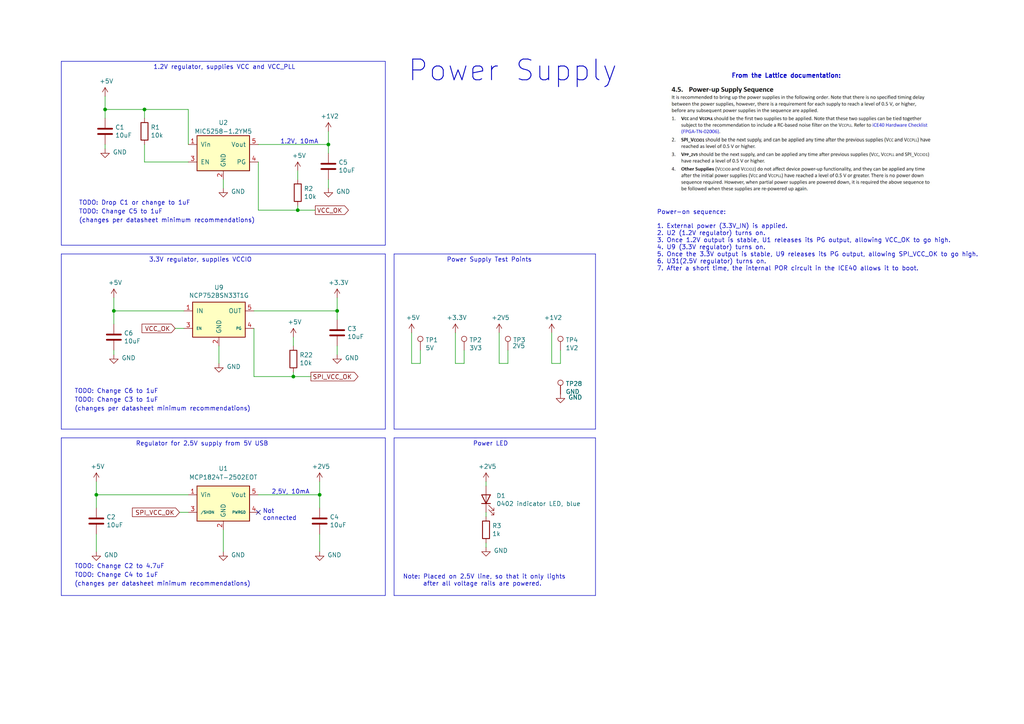
<source format=kicad_sch>
(kicad_sch (version 20230121) (generator eeschema)
  (paper "A4")
  (title_block (title "TK-1") (date "2021-11-14") (rev "V1") (company "Tillitis AB") (comment 1 "2022"))
  (lib_symbols
    (symbol "Connector:TestPoint" (pin_numbers hide) (pin_names (offset 0.762) hide)
      (property "Reference" "TP" (at 0 6.858 0))
      (property "Value" "TestPoint" (at 0 5.08 0))
      (symbol "TestPoint_0_1"
        (circle (center 0 3.302) (radius 0.762))
      )
      (symbol "TestPoint_1_1"
        (pin passive line (at 0 0 90) (length 2.54) (name "1") (number "1"))
      )
    )
    (symbol "Device:C" (pin_numbers hide) (pin_names (offset 0.254))
      (property "Reference" "C" (at 0.635 2.54 0))
      (property "Value" "C" (at 0.635 -2.54 0))
      (symbol "C_0_1"
        (polyline (pts (xy -2.032 -0.762) (xy 2.032 -0.762)) (stroke (width 0.508)))
        (polyline (pts (xy -2.032 0.762) (xy 2.032 0.762)) (stroke (width 0.508)))
      )
      (symbol "C_1_1"
        (pin passive line (at 0 3.81 270) (length 2.794) (name "~") (number "1"))
        (pin passive line (at 0 -3.81 90) (length 2.794) (name "~") (number "2"))
      )
    )
    (symbol "Device:LED" (pin_numbers hide) (pin_names (offset 1.016) hide)
      (property "Reference" "D" (at 0 2.54 0))
      (property "Value" "LED" (at 0 -2.54 0))
      (symbol "LED_0_1"
        (polyline (pts (xy -1.27 -1.27) (xy -1.27 1.27)) (stroke (width 0.254)))
        (polyline (pts (xy -1.27 0) (xy 1.27 0)))
        (polyline (pts (xy 1.27 -1.27) (xy 1.27 1.27) (xy -1.27 0) (xy 1.27 -1.27)) (stroke (width 0.254)))
        (polyline (pts (xy -3.048 -0.762) (xy -4.572 -2.286) (xy -3.81 -2.286) (xy -4.572 -2.286) (xy -4.572 -1.524)))
        (polyline (pts (xy -1.778 -0.762) (xy -3.302 -2.286) (xy -2.54 -2.286) (xy -3.302 -2.286) (xy -3.302 -1.524)))
      )
      (symbol "LED_1_1"
        (pin passive line (at -3.81 0 0) (length 2.54) (name "K") (number "1"))
        (pin passive line (at 3.81 0 180) (length 2.54) (name "A") (number "2"))
      )
    )
    (symbol "Device:R" (pin_numbers hide) (pin_names (offset 0))
      (property "Reference" "R" (at 2.032 0 90))
      (property "Value" "R" (at 0 0 90))
      (symbol "R_0_1"
        (rectangle (start -1.016 -2.54) (end 1.016 2.54) (stroke (width 0.254)))
      )
      (symbol "R_1_1"
        (pin passive line (at 0 3.81 270) (length 1.27) (name "~") (number "1"))
        (pin passive line (at 0 -3.81 90) (length 1.27) (name "~") (number "2"))
      )
    )
    (symbol "mta1:MCP1824T-2502EOT" (pin_names (offset 1.016))
      (property "Reference" "U" (at 7.62 -6.35 0))
      (property "Value" "MCP1824T-2502EOT" (at 0 7.62 0))
      (symbol "MCP1824T-2502EOT_1_1"
        (rectangle (start -7.62 6.35) (end 7.62 -3.81) (stroke (width 0.254)) (fill (type background)))
        (pin power_in line (at -10.16 3.81 0) (length 2.54) (name "Vin") (number "1"))
        (pin power_in line (at 0 -6.35 90) (length 2.54) (name "GND") (number "2"))
        (pin input line (at -10.16 -1.27 0) (length 2.54) (name "/SHDN") (number "3"))
        (pin open_collector line (at 10.16 -1.27 180) (length 2.54) (name "PWRGD") (number "4"))
        (pin power_out line (at 10.16 3.81 180) (length 2.54) (name "Vout") (number "5"))
      )
    )
    (symbol "mta1:MIC5258-1.2YM5-TR" (pin_names (offset 1.016))
      (property "Reference" "U" (at 7.62 -6.35 0))
      (property "Value" "MIC5258-1.2YM5-TR" (at 0 7.62 0))
      (symbol "MIC5258-1.2YM5-TR_1_1"
        (rectangle (start -7.62 6.35) (end 7.62 -3.81) (stroke (width 0.254)) (fill (type background)))
        (pin power_in line (at -10.16 3.81 0) (length 2.54) (name "Vin") (number "1"))
        (pin power_in line (at 0 -6.35 90) (length 2.54) (name "GND") (number "2"))
        (pin input line (at -10.16 -1.27 0) (length 2.54) (name "EN") (number "3"))
        (pin open_collector line (at 10.16 -1.27 180) (length 2.54) (name "PG") (number "4"))
        (pin power_out line (at 10.16 3.81 180) (length 2.54) (name "Vout") (number "5"))
      )
    )
    (symbol "mta1:NCP752BSN33T1G" (pin_names (offset 1.016))
      (property "Reference" "U" (at 5.08 -6.35 0))
      (property "Value" "NCP752BSN33T1G" (at 0 6.35 0))
      (symbol "NCP752BSN33T1G_1_1"
        (rectangle (start -7.62 5.08) (end 7.62 -5.08) (stroke (width 0.254)) (fill (type background)))
        (pin power_in line (at -10.16 2.54 0) (length 2.54) (name "IN") (number "1"))
        (pin power_in line (at 0 -7.62 90) (length 2.54) (name "GND") (number "2"))
        (pin input line (at -10.16 -2.54 0) (length 2.54) (name "EN") (number "3"))
        (pin open_collector line (at 10.16 -2.54 180) (length 2.54) (name "PG") (number "4"))
        (pin power_out line (at 10.16 2.54 180) (length 2.54) (name "OUT") (number "5"))
      )
    )
    (symbol "power:+1V2" (power) (pin_names (offset 0))
      (property "Value" "+1V2" (at 0 3.556 0))
      (symbol "+1V2_0_1"
        (polyline (pts (xy -0.762 1.27) (xy 0 2.54)))
        (polyline (pts (xy 0 0) (xy 0 2.54)))
        (polyline (pts (xy 0 2.54) (xy 0.762 1.27)))
      )
      (symbol "+1V2_1_1"
        (pin power_in line (at 0 0 90) (length 0) hide (name "+1V2") (number "1"))
      )
    )
    (symbol "power:+2V5" (power) (pin_names (offset 0))
      (property "Value" "+2V5" (at 0 3.556 0))
      (symbol "+2V5_0_1"
        (polyline (pts (xy -0.762 1.27) (xy 0 2.54)))
        (polyline (pts (xy 0 0) (xy 0 2.54)))
        (polyline (pts (xy 0 2.54) (xy 0.762 1.27)))
      )
      (symbol "+2V5_1_1"
        (pin power_in line (at 0 0 90) (length 0) hide (name "+2V5") (number "1"))
      )
    )
    (symbol "power:+3.3V" (power) (pin_names (offset 0))
      (property "Value" "+3.3V" (at 0 3.556 0))
      (symbol "+3.3V_0_1"
        (polyline (pts (xy -0.762 1.27) (xy 0 2.54)))
        (polyline (pts (xy 0 0) (xy 0 2.54)))
        (polyline (pts (xy 0 2.54) (xy 0.762 1.27)))
      )
      (symbol "+3.3V_1_1"
        (pin power_in line (at 0 0 90) (length 0) hide (name "+3.3V") (number "1"))
      )
    )
    (symbol "power:+5V" (power) (pin_names (offset 0))
      (property "Value" "+5V" (at 0 3.556 0))
      (symbol "+5V_0_1"
        (polyline (pts (xy -0.762 1.27) (xy 0 2.54)))
        (polyline (pts (xy 0 0) (xy 0 2.54)))
        (polyline (pts (xy 0 2.54) (xy 0.762 1.27)))
      )
      (symbol "+5V_1_1"
        (pin power_in line (at 0 0 90) (length 0) hide (name "+5V") (number "1"))
      )
    )
    (symbol "power:GND" (power) (pin_names (offset 0))
      (property "Value" "GND" (at 0 -3.81 0))
      (symbol "GND_0_1"
        (polyline (pts (xy 0 0) (xy 0 -1.27) (xy 1.27 -1.27) (xy 0 -2.54) (xy -1.27 -1.27) (xy 0 -1.27)))
      )
      (symbol "GND_1_1"
        (pin power_in line (at 0 0 270) (length 0) hide (name "GND") (number "1"))
      )
    )
  )
  (junction (at 30.48 31.75))
  (junction (at 33.02 90.17))
  (junction (at 41.91 31.75))
  (junction (at 86.36 60.96))
  (junction (at 92.71 143.51))
  (junction (at 95.25 41.91))
  (junction (at 27.94 143.51))
  (junction (at 85.09 109.22))
  (junction (at 97.79 90.17))
  (no_connect (at 74.93 148.59))
  (wire (pts (xy 74.93 41.91) (xy 95.25 41.91)))
  (polyline (pts (xy 111.76 73.66) (xy 111.76 124.46)))
  (wire (pts (xy 41.91 41.91) (xy 41.91 46.99)))
  (polyline (pts (xy 114.3 124.46) (xy 114.3 73.66)))
  (polyline (pts (xy 111.76 124.46) (xy 17.78 124.46)))
  (wire (pts (xy 54.61 143.51) (xy 27.94 143.51)))
  (wire (pts (xy 97.79 100.33) (xy 97.79 102.87)))
  (wire (pts (xy 30.48 41.91) (xy 30.48 43.18)))
  (wire (pts (xy 64.77 153.67) (xy 64.77 160.02)))
  (polyline (pts (xy 111.76 71.12) (xy 17.78 71.12)))
  (wire (pts (xy 64.77 52.07) (xy 64.77 54.61)))
  (wire (pts (xy 27.94 139.7) (xy 27.94 143.51)))
  (wire (pts (xy 97.79 90.17) (xy 97.79 92.71)))
  (wire (pts (xy 41.91 31.75) (xy 54.61 31.75)))
  (wire (pts (xy 95.25 41.91) (xy 95.25 44.45)))
  (wire (pts (xy 132.08 105.41) (xy 134.62 105.41)))
  (wire (pts (xy 30.48 27.94) (xy 30.48 31.75)))
  (wire (pts (xy 33.02 101.6) (xy 33.02 102.87)))
  (wire (pts (xy 54.61 41.91) (xy 54.61 31.75)))
  (wire (pts (xy 74.93 60.96) (xy 86.36 60.96)))
  (polyline (pts (xy 114.3 127) (xy 172.72 127)))
  (wire (pts (xy 119.38 96.52) (xy 119.38 105.41)))
  (wire (pts (xy 73.66 90.17) (xy 97.79 90.17)))
  (polyline (pts (xy 17.78 124.46) (xy 17.78 73.66)))
  (wire (pts (xy 160.02 96.52) (xy 160.02 105.41)))
  (wire (pts (xy 74.93 143.51) (xy 92.71 143.51)))
  (wire (pts (xy 140.97 148.59) (xy 140.97 149.86)))
  (wire (pts (xy 54.61 148.59) (xy 52.07 148.59)))
  (polyline (pts (xy 114.3 73.66) (xy 172.72 73.66)))
  (wire (pts (xy 121.92 105.41) (xy 121.92 101.6)))
  (polyline (pts (xy 17.78 71.12) (xy 17.78 17.78)))
  (polyline (pts (xy 17.78 73.66) (xy 111.76 73.66)))
  (polyline (pts (xy 114.3 172.72) (xy 114.3 127)))
  (polyline (pts (xy 111.76 127) (xy 111.76 172.72)))
  (wire (pts (xy 92.71 154.94) (xy 92.71 160.02)))
  (wire (pts (xy 140.97 139.7) (xy 140.97 140.97)))
  (wire (pts (xy 95.25 52.07) (xy 95.25 54.61)))
  (wire (pts (xy 85.09 107.95) (xy 85.09 109.22)))
  (wire (pts (xy 97.79 90.17) (xy 97.79 86.36)))
  (wire (pts (xy 134.62 105.41) (xy 134.62 101.6)))
  (polyline (pts (xy 111.76 172.72) (xy 17.78 172.72)))
  (wire (pts (xy 132.08 96.52) (xy 132.08 105.41)))
  (wire (pts (xy 85.09 100.33) (xy 85.09 97.79)))
  (wire (pts (xy 54.61 46.99) (xy 41.91 46.99)))
  (polyline (pts (xy 111.76 17.78) (xy 111.76 71.12)))
  (wire (pts (xy 86.36 60.96) (xy 91.44 60.96)))
  (wire (pts (xy 144.78 96.52) (xy 144.78 105.41)))
  (polyline (pts (xy 172.72 73.66) (xy 172.72 124.46)))
  (wire (pts (xy 33.02 86.36) (xy 33.02 90.17)))
  (wire (pts (xy 140.97 157.48) (xy 140.97 158.75)))
  (wire (pts (xy 41.91 34.29) (xy 41.91 31.75)))
  (wire (pts (xy 74.93 46.99) (xy 74.93 60.96)))
  (wire (pts (xy 73.66 95.25) (xy 73.66 109.22)))
  (wire (pts (xy 160.02 105.41) (xy 162.56 105.41)))
  (wire (pts (xy 147.32 105.41) (xy 147.32 101.6)))
  (wire (pts (xy 27.94 143.51) (xy 27.94 147.32)))
  (wire (pts (xy 144.78 105.41) (xy 147.32 105.41)))
  (wire (pts (xy 33.02 90.17) (xy 53.34 90.17)))
  (polyline (pts (xy 17.78 127) (xy 111.76 127)))
  (wire (pts (xy 92.71 147.32) (xy 92.71 143.51)))
  (wire (pts (xy 30.48 31.75) (xy 30.48 34.29)))
  (polyline (pts (xy 172.72 172.72) (xy 114.3 172.72)))
  (wire (pts (xy 162.56 105.41) (xy 162.56 101.6)))
  (wire (pts (xy 86.36 52.07) (xy 86.36 49.53)))
  (wire (pts (xy 95.25 38.1) (xy 95.25 41.91)))
  (wire (pts (xy 85.09 109.22) (xy 90.17 109.22)))
  (wire (pts (xy 53.34 95.25) (xy 50.8 95.25)))
  (polyline (pts (xy 17.78 17.78) (xy 111.76 17.78)))
  (wire (pts (xy 92.71 143.51) (xy 92.71 139.7)))
  (wire (pts (xy 73.66 109.22) (xy 85.09 109.22)))
  (polyline (pts (xy 17.78 127) (xy 17.78 172.72)))
  (polyline (pts (xy 172.72 127) (xy 172.72 172.72)))
  (wire (pts (xy 27.94 154.94) (xy 27.94 160.02)))
  (polyline (pts (xy 172.72 124.46) (xy 114.3 124.46)))
  (wire (pts (xy 33.02 90.17) (xy 33.02 93.98)))
  (wire (pts (xy 30.48 31.75) (xy 41.91 31.75)))
  (wire (pts (xy 119.38 105.41) (xy 121.92 105.41)))
  (wire (pts (xy 63.5 100.33) (xy 63.5 105.41)))
  (wire (pts (xy 86.36 59.69) (xy 86.36 60.96)))
  (image (at 232.41 40.64) (scale 0.5))
  (text "Power-on sequence:\n\n1. External power (3.3V_IN) is applied.\n2. U2 (1.2V regulator) turns on.\n3. Once 1.2V output is stable, U1 releases its PG output, allowing VCC_OK to go high.\n4. U9 (3.3V regulator) turns on.\n5. Once the 3.3V output is stable, U9 releases its PG output, allowing SPI_VCC_OK to go high.\n6. U31(2.5V regulator) turns on.\n7. After a short time, the internal POR circuit in the ICE40 allows it to boot." (at 190.5 78.74 0) (effects (font (size 1.27 1.27)) (justify left bottom)))
  (text "TODO: Change C2 to 4.7uF" (at 21.59 165.1 0) (effects (font (size 1.27 1.27)) (justify left bottom)))
  (text "(changes per datasheet minimum recommendations)" (at 21.59 170.18 0) (effects (font (size 1.27 1.27)) (justify left bottom)))
  (text "(changes per datasheet minimum recommendations)" (at 21.59 119.38 0) (effects (font (size 1.27 1.27)) (justify left bottom)))
  (text "TODO: Change C6 to 1uF" (at 21.59 114.3 0) (effects (font (size 1.27 1.27)) (justify left bottom)))
  (text "2,5V, 10mA" (at 78.74 143.51 0) (effects (font (size 1.27 1.27)) (justify left bottom)))
  (text "Note: Placed on 2.5V line, so that it only lights\n      after all voltage rails are powered." (at 116.84 170.18 0) (effects (font (size 1.27 1.27)) (justify left bottom)))
  (text "TODO: Change C3 to 1uF" (at 21.59 116.84 0) (effects (font (size 1.27 1.27)) (justify left bottom)))
  (text "1.2V, 10mA" (at 81.28 41.91 0) (effects (font (size 1.27 1.27)) (justify left bottom)))
  (text "Power Supply" (at 118.11 24.13 0) (effects (font (size 6 6) (thickness 0.254) bold) (justify left bottom)))
  (text "TODO: Drop C1 or change to 1uF" (at 22.86 59.69 0) (effects (font (size 1.27 1.27)) (justify left bottom)))
  (text "TODO: Change C5 to 1uF" (at 22.86 62.23 0) (effects (font (size 1.27 1.27)) (justify left bottom)))
  (text "From the Lattice documentation:" (at 212.09 22.86 0) (effects (font (size 1.27 1.27) (thickness 0.254) bold) (justify left bottom)))
  (text "1.2V regulator, supplies VCC and VCC_PLL" (at 44.45 20.32 0) (effects (font (size 1.27 1.27)) (justify left bottom)))
  (text "3.3V regulator, supplies VCCIO" (at 43.18 76.2 0) (effects (font (size 1.27 1.27)) (justify left bottom)))
  (text "TODO: Change C4 to 1uF" (at 21.59 167.64 0) (effects (font (size 1.27 1.27)) (justify left bottom)))
  (text "Not\nconnected" (at 76.2 151.13 0) (effects (font (size 1.27 1.27)) (justify left bottom)))
  (text "Power Supply Test Points" (at 129.54 76.2 0) (effects (font (size 1.27 1.27)) (justify left bottom)))
  (text "(changes per datasheet minimum recommendations)" (at 22.86 64.77 0) (effects (font (size 1.27 1.27)) (justify left bottom)))
  (text "Power LED" (at 137.16 129.54 0) (effects (font (size 1.27 1.27)) (justify left bottom)))
  (text "Regulator for 2.5V supply from 5V USB" (at 39.37 129.54 0) (effects (font (size 1.27 1.27)) (justify left bottom)))
  (global_label "SPI_VCC_OK" (shape input) (at 52.07 148.59 180) (property "Intersheetrefs" "${INTERSHEET_REFS}" (effects hide)))
  (global_label "VCC_OK" (shape output) (at 91.44 60.96 0) (property "Intersheetrefs" "${INTERSHEET_REFS}" (effects hide)))
  (global_label "SPI_VCC_OK" (shape output) (at 90.17 109.22 0) (property "Intersheetrefs" "${INTERSHEET_REFS}" (effects hide)))
  (global_label "VCC_OK" (shape input) (at 50.8 95.25 180) (property "Intersheetrefs" "${INTERSHEET_REFS}" (effects hide)))
  (symbol (lib_id "power:GND") (at 64.77 54.61 0) (unit 1)
    (property "Reference" "#GND05" (effects hide))
    (property "Value" "GND" (at 67.0052 55.5498 0) (effects (justify left)))
  )
  (symbol (lib_id "Device:C") (at 30.48 38.1 0) (unit 1)
    (property "Reference" "C1" (at 33.401 36.9316 0) (effects (justify left)))
    (property "Value" "10uF" (at 33.401 39.243 0) (effects (justify left)))
    (property "Footprint" "mta1:CAPC1608X09L" (effects hide))
    (property "Manufacturer" "Any/not critical" (effects hide))
    (property "Extended Value" "10V,X5R,20%" (effects hide))
  )
  (symbol (lib_id "Device:R") (at 41.91 38.1 0) (unit 1)
    (property "Reference" "R1" (at 43.688 36.9316 0) (effects (justify left)))
    (property "Value" "10k" (at 43.688 39.243 0) (effects (justify left)))
    (property "Footprint" "mta1:ERJ2G(0402)_L" (effects hide))
    (property "Manufacturer" "Any/not critical" (effects hide))
    (property "Extended Value" "1/16W,5%" (effects hide))
  )
  (symbol (lib_id "power:GND") (at 30.48 43.18 0) (unit 1)
    (property "Reference" "#GND01" (effects hide))
    (property "Value" "GND" (at 32.7152 44.1198 0) (effects (justify left)))
  )
  (symbol (lib_id "Device:C") (at 95.25 48.26 0) (unit 1)
    (property "Reference" "C5" (at 98.171 47.0916 0) (effects (justify left)))
    (property "Value" "10uF" (at 98.171 49.403 0) (effects (justify left)))
    (property "Footprint" "mta1:CAPC1608X09L" (effects hide))
    (property "Manufacturer" "Any/not critical" (effects hide))
    (property "Extended Value" "10V,X5R,20%" (effects hide))
  )
  (symbol (lib_id "power:GND") (at 95.25 54.61 0) (unit 1)
    (property "Reference" "#GND08" (effects hide))
    (property "Value" "GND" (at 97.4852 55.5498 0) (effects (justify left)))
  )
  (symbol (lib_id "Device:R") (at 86.36 55.88 0) (unit 1)
    (property "Reference" "R2" (at 88.138 54.7116 0) (effects (justify left)))
    (property "Value" "10k" (at 88.138 57.023 0) (effects (justify left)))
    (property "Footprint" "mta1:ERJ2G(0402)_L" (effects hide))
    (property "Manufacturer" "Any/not critical" (effects hide))
    (property "Extended Value" "1/16W,5%" (effects hide))
  )
  (symbol (lib_id "power:GND") (at 63.5 105.41 0) (unit 1)
    (property "Reference" "#GND03" (effects hide))
    (property "Value" "GND" (at 65.7352 106.3498 0) (effects (justify left)))
  )
  (symbol (lib_id "Device:C") (at 97.79 96.52 0) (unit 1)
    (property "Reference" "C3" (at 100.711 95.3516 0) (effects (justify left)))
    (property "Value" "10uF" (at 100.711 97.663 0) (effects (justify left)))
    (property "Footprint" "mta1:CAPC1608X09L" (effects hide))
    (property "Manufacturer" "Any/not critical" (effects hide))
    (property "Extended Value" "10V,X5R,20%" (effects hide))
  )
  (symbol (lib_id "power:GND") (at 97.79 102.87 0) (unit 1)
    (property "Reference" "#GND06" (effects hide))
    (property "Value" "GND" (at 100.0252 103.8098 0) (effects (justify left)))
  )
  (symbol (lib_id "mta1:MIC5258-1.2YM5-TR") (at 64.77 45.72 0) (unit 1)
    (property "Reference" "U2" (at 64.77 35.56 0))
    (property "Value" "MIC5258-1.2YM5" (at 64.77 38.1 0))
    (property "Footprint" "Package_TO_SOT_SMD:SOT-23-5" (effects hide))
    (property "Datasheet" "https://eu.mouser.com/datasheet/2/268/mic5258-1891212.pdf" (effects hide))
    (property "Manufacturer" "Micrel Inc." (effects hide))
    (property "Manufacturer Part Number" "MIC5258-1.2YM5" (effects hide))
    (property "Supplier" "Digikey" (effects hide))
    (property "Supplier Part Number" "2156-MIC5258-1.2YM5-ND" (effects hide))
  )
  (symbol (lib_id "mta1:MCP1824T-2502EOT") (at 64.77 147.32 0) (unit 1)
    (property "Reference" "U1" (at 64.77 135.89 0))
    (property "Value" "MCP1824T-2502EOT" (at 64.77 138.43 0))
    (property "Footprint" "Package_TO_SOT_SMD:SOT-23-5" (effects hide))
    (property "Datasheet" "https://www.mouser.se/datasheet/2/268/22070a-53890.pdf" (effects hide))
    (property "Manufacturer" "Microchip" (effects hide))
    (property "Manufacturer Part Number" "MCP1824T-2502EOT" (effects hide))
    (property "Supplier" "Digikey" (effects hide))
    (property "Supplier Part Number" "MCP1824T-2502E/OTCT-ND" (effects hide))
  )
  (symbol (lib_id "Device:C") (at 27.94 151.13 0) (unit 1)
    (property "Reference" "C2" (at 30.861 149.9616 0) (effects (justify left)))
    (property "Value" "10uF" (at 30.861 152.273 0) (effects (justify left)))
    (property "Footprint" "mta1:CAPC1608X09L" (effects hide))
    (property "Manufacturer" "Any/not critical" (effects hide))
    (property "Extended Value" "10V,X5R,20%" (effects hide))
  )
  (symbol (lib_id "power:GND") (at 27.94 160.02 0) (unit 1)
    (property "Reference" "#GND02" (effects hide))
    (property "Value" "GND" (at 30.1752 160.9598 0) (effects (justify left)))
  )
  (symbol (lib_id "power:GND") (at 64.77 160.02 0) (unit 1)
    (property "Reference" "#GND04" (effects hide))
    (property "Value" "GND" (at 67.0052 160.9598 0) (effects (justify left)))
  )
  (symbol (lib_id "Device:C") (at 92.71 151.13 0) (unit 1)
    (property "Reference" "C4" (at 95.631 149.9616 0) (effects (justify left)))
    (property "Value" "10uF" (at 95.631 152.273 0) (effects (justify left)))
    (property "Footprint" "mta1:CAPC1608X09L" (effects hide))
    (property "Manufacturer" "Any/not critical" (effects hide))
    (property "Extended Value" "10V,X5R,20%" (effects hide))
  )
  (symbol (lib_id "power:GND") (at 92.71 160.02 0) (unit 1)
    (property "Reference" "#GND07" (effects hide))
    (property "Value" "GND" (at 94.9452 160.9598 0) (effects (justify left)))
  )
  (symbol (lib_id "Connector:TestPoint") (at 134.62 101.6 0) (unit 1) (in_bom no)
    (property "Reference" "TP2" (at 136.0932 98.6028 0) (effects (justify left)))
    (property "Value" "3V3" (at 136.0932 100.9142 0) (effects (justify left)))
    (property "Footprint" "mta1:TestPoint_Pad_D1.0mm" (effects hide))
  )
  (symbol (lib_id "Connector:TestPoint") (at 147.32 101.6 0) (unit 1) (in_bom no)
    (property "Reference" "TP3" (at 148.7932 98.6028 0) (effects (justify left)))
    (property "Value" "2V5" (at 148.59 100.33 0) (effects (justify left)))
    (property "Footprint" "mta1:TestPoint_Pad_D1.0mm" (effects hide))
  )
  (symbol (lib_id "Connector:TestPoint") (at 162.56 101.6 0) (unit 1) (in_bom no)
    (property "Reference" "TP4" (at 164.0332 98.6028 0) (effects (justify left)))
    (property "Value" "1V2" (at 164.0332 100.9142 0) (effects (justify left)))
    (property "Footprint" "mta1:TestPoint_Pad_D1.0mm" (effects hide))
  )
  (symbol (lib_id "power:+3.3V") (at 97.79 86.36 0) (unit 1)
    (property "Reference" "#PWR05" (effects hide))
    (property "Value" "+3.3V" (at 98.171 81.9658 0))
  )
  (symbol (lib_id "power:+3.3V") (at 132.08 96.52 0) (unit 1)
    (property "Reference" "#PWR010" (effects hide))
    (property "Value" "+3.3V" (at 132.461 92.1258 0))
  )
  (symbol (lib_id "power:+1V2") (at 95.25 38.1 0) (unit 1)
    (property "Reference" "#PWR08" (effects hide))
    (property "Value" "+1V2" (at 95.631 33.7058 0))
  )
  (symbol (lib_id "power:+1V2") (at 160.02 96.52 0) (unit 1)
    (property "Reference" "#PWR013" (effects hide))
    (property "Value" "+1V2" (at 160.401 92.1258 0))
  )
  (symbol (lib_id "power:+2V5") (at 92.71 139.7 0) (unit 1)
    (property "Reference" "#PWR07" (effects hide))
    (property "Value" "+2V5" (at 93.091 135.3058 0))
  )
  (symbol (lib_id "power:+2V5") (at 144.78 96.52 0) (unit 1)
    (property "Reference" "#PWR012" (effects hide))
    (property "Value" "+2V5" (at 145.161 92.1258 0))
  )
  (symbol (lib_id "power:+2V5") (at 140.97 139.7 0) (unit 1)
    (property "Reference" "#PWR014" (effects hide))
    (property "Value" "+2V5" (at 141.351 135.3058 0))
  )
  (symbol (lib_id "mta1:NCP752BSN33T1G") (at 63.5 92.71 0) (unit 1)
    (property "Reference" "U9" (at 63.5 83.3882 0))
    (property "Value" "NCP752BSN33T1G" (at 63.5 85.6996 0))
    (property "Footprint" "mta1:NCP752BSN33T1G" (effects hide))
    (property "Manufacturer" "onsemi" (effects hide))
    (property "Manufacturer Part Number" "NCP752BSN33T1G" (effects hide))
    (property "Supplier" "Digikey" (effects hide))
    (property "Supplier Part Number" "NCP752BSN33T1GOSCT-ND" (effects hide))
  )
  (symbol (lib_id "power:+5V") (at 86.36 49.53 0) (unit 1)
    (property "Reference" "#PWR06" (effects hide))
    (property "Value" "+5V" (at 86.741 45.1358 0))
  )
  (symbol (lib_id "power:+5V") (at 85.09 97.79 0) (unit 1)
    (property "Reference" "#PWR04" (effects hide))
    (property "Value" "+5V" (at 85.471 93.3958 0))
  )
  (symbol (lib_id "Device:C") (at 33.02 97.79 0) (unit 1)
    (property "Reference" "C6" (at 35.941 96.6216 0) (effects (justify left)))
    (property "Value" "10uF" (at 35.941 98.933 0) (effects (justify left)))
    (property "Footprint" "mta1:CAPC1608X09L" (effects hide))
    (property "Manufacturer" "Any/not critical" (effects hide))
    (property "Extended Value" "10V,X5R,20%" (effects hide))
  )
  (symbol (lib_id "power:GND") (at 33.02 102.87 0) (unit 1)
    (property "Reference" "#GND0101" (effects hide))
    (property "Value" "GND" (at 35.2552 103.8098 0) (effects (justify left)))
  )
  (symbol (lib_id "power:+5V") (at 30.48 27.94 0) (unit 1)
    (property "Reference" "#PWR01" (effects hide))
    (property "Value" "+5V" (at 30.861 23.5458 0))
  )
  (symbol (lib_id "power:+5V") (at 33.02 86.36 0) (unit 1)
    (property "Reference" "#PWR03" (effects hide))
    (property "Value" "+5V" (at 33.401 81.9658 0))
  )
  (symbol (lib_id "power:+5V") (at 27.94 139.7 0) (unit 1)
    (property "Reference" "#PWR02" (effects hide))
    (property "Value" "+5V" (at 28.321 135.3058 0))
  )
  (symbol (lib_id "Device:R") (at 140.97 153.67 0) (unit 1)
    (property "Reference" "R3" (at 142.748 152.5016 0) (effects (justify left)))
    (property "Value" "1k" (at 142.748 154.813 0) (effects (justify left)))
    (property "Footprint" "mta1:ERJ2G(0402)_L" (effects hide))
    (property "Manufacturer" "Any/not critical" (effects hide))
    (property "Extended Value" "1/16W,5%" (effects hide))
  )
  (symbol (lib_id "Device:LED") (at 140.97 144.78 90) (unit 1)
    (property "Reference" "D1" (at 143.9672 143.7894 90) (effects (justify right)))
    (property "Value" "0402 indicator LED, blue" (at 143.9672 146.1008 90) (effects (justify right)))
    (property "Footprint" "LED_SMD:LED_0402_1005Metric" (effects hide))
    (property "Manufacturer" "Foshan NationStar" (effects hide))
    (property "Manufacturer Part Number" "NCD0402B1" (effects hide))
    (property "Supplier" "LCSC" (effects hide))
    (property "Supplier Part Number" "C130724" (effects hide))
  )
  (symbol (lib_id "Connector:TestPoint") (at 121.92 101.6 0) (unit 1) (in_bom no)
    (property "Reference" "TP1" (at 123.3932 98.6028 0) (effects (justify left)))
    (property "Value" "5V" (at 123.3932 100.9142 0) (effects (justify left)))
    (property "Footprint" "mta1:TestPoint_Pad_D1.0mm" (effects hide))
  )
  (symbol (lib_id "power:+5V") (at 119.38 96.52 0) (unit 1)
    (property "Reference" "#PWR09" (effects hide))
    (property "Value" "+5V" (at 119.761 92.1258 0))
  )
  (symbol (lib_id "power:GND") (at 140.97 158.75 0) (unit 1)
    (property "Reference" "#GND0111" (effects hide))
    (property "Value" "GND" (at 143.2052 159.6898 0) (effects (justify left)))
  )
  (symbol (lib_id "Device:R") (at 85.09 104.14 0) (unit 1)
    (property "Reference" "R22" (at 86.868 102.9716 0) (effects (justify left)))
    (property "Value" "10k" (at 86.868 105.283 0) (effects (justify left)))
    (property "Footprint" "mta1:ERJ2G(0402)_L" (effects hide))
    (property "Manufacturer" "Any/not critical" (effects hide))
    (property "Extended Value" "1/16W,5%" (effects hide))
  )
  (symbol (lib_id "power:GND") (at 162.56 114.3 0) (unit 1)
    (property "Reference" "#GND032" (effects hide))
    (property "Value" "GND" (at 164.7952 115.2398 0) (effects (justify left)))
  )
  (symbol (lib_id "Connector:TestPoint") (at 162.56 114.3 0) (unit 1) (in_bom no)
    (property "Reference" "TP28" (at 164.0332 111.3028 0) (effects (justify left)))
    (property "Value" "GND" (at 164.0332 113.6142 0) (effects (justify left)))
    (property "Footprint" "mta1:TestPoint_Pad_D1.0mm" (effects hide))
  )
)
</source>
